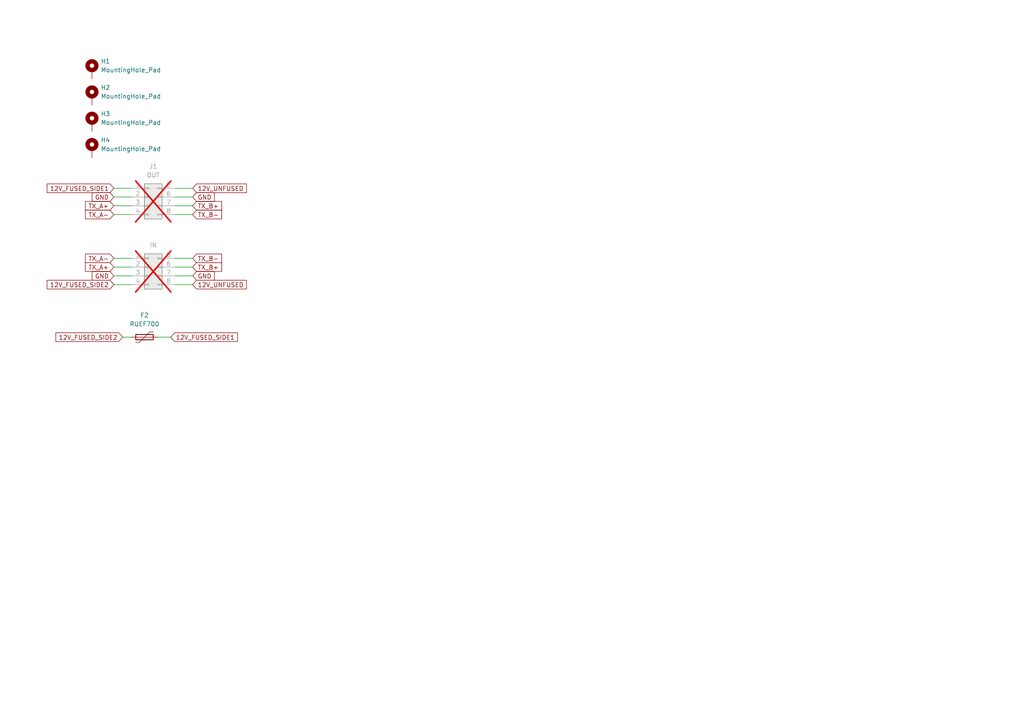
<source format=kicad_sch>
(kicad_sch (version 20250114) (generator "eeschema") (generator_version "9.0")
  (paper "A4")
  (lib_symbols
    (symbol "Connector_Generic:Conn_02x04_Top_Bottom" (pin_names (offset 1.016) (hide yes))
      (property "Reference" "J" (at 1.27 5.08 0))
      (property "Value" "Conn_02x04_Top_Bottom" (at 1.27 -7.62 0))
      (symbol "Conn_02x04_Top_Bottom_1_1"
        (rectangle (start -1.27 3.81) (end 3.81 -6.35) (stroke (width 0.254)) (fill (type background)))
        (rectangle (start -1.27 2.667) (end 0 2.413) (stroke (width 0.1524)))
        (rectangle (start -1.27 0.127) (end 0 -0.127) (stroke (width 0.1524)))
        (rectangle (start -1.27 -2.413) (end 0 -2.667) (stroke (width 0.1524)))
        (rectangle (start -1.27 -4.953) (end 0 -5.207) (stroke (width 0.1524)))
        (rectangle (start 3.81 2.667) (end 2.54 2.413) (stroke (width 0.1524)))
        (rectangle (start 3.81 0.127) (end 2.54 -0.127) (stroke (width 0.1524)))
        (rectangle (start 3.81 -2.413) (end 2.54 -2.667) (stroke (width 0.1524)))
        (rectangle (start 3.81 -4.953) (end 2.54 -5.207) (stroke (width 0.1524)))
        (pin passive line (at -5.08 2.54 0) (length 3.81) (name "Pin_1") (number "1"))
        (pin passive line (at -5.08 0 0) (length 3.81) (name "Pin_2") (number "2"))
        (pin passive line (at -5.08 -2.54 0) (length 3.81) (name "Pin_3") (number "3"))
        (pin passive line (at -5.08 -5.08 0) (length 3.81) (name "Pin_4") (number "4"))
        (pin passive line (at 7.62 2.54 180) (length 3.81) (name "Pin_5") (number "5"))
        (pin passive line (at 7.62 0 180) (length 3.81) (name "Pin_6") (number "6"))
        (pin passive line (at 7.62 -2.54 180) (length 3.81) (name "Pin_7") (number "7"))
        (pin passive line (at 7.62 -5.08 180) (length 3.81) (name "Pin_8") (number "8"))
      )
    )
    (symbol "Device:Polyfuse" (pin_numbers (hide yes)) (pin_names (offset 0))
      (property "Reference" "F" (at -2.54 0 90))
      (property "Value" "Polyfuse" (at 2.54 0 90))
      (symbol "Polyfuse_0_1"
        (polyline (pts (xy -1.524 2.54) (xy -1.524 1.524) (xy 1.524 -1.524) (xy 1.524 -2.54)))
        (rectangle (start -0.762 2.54) (end 0.762 -2.54) (stroke (width 0.254)))
        (polyline (pts (xy 0 2.54) (xy 0 -2.54)))
      )
      (symbol "Polyfuse_1_1"
        (pin passive line (at 0 3.81 270) (length 1.27) (name "~") (number "1"))
        (pin passive line (at 0 -3.81 90) (length 1.27) (name "~") (number "2"))
      )
    )
    (symbol "Mechanical:MountingHole_Pad" (pin_numbers (hide yes)) (pin_names (offset 1.016) (hide yes)) (in_bom no)
      (property "Reference" "H" (at 0 6.35 0))
      (property "Value" "MountingHole_Pad" (at 0 4.445 0))
      (symbol "MountingHole_Pad_0_1"
        (circle (center 0 1.27) (radius 1.27) (stroke (width 1.27)))
      )
      (symbol "MountingHole_Pad_1_1"
        (pin input line (at 0 -2.54 90) (length 2.54) (name "1") (number "1"))
      )
    )
  )
  (wire (pts (xy 33.02 77.47) (xy 38.1 77.47)))
  (wire (pts (xy 50.8 54.61) (xy 55.88 54.61)))
  (wire (pts (xy 50.8 74.93) (xy 55.88 74.93)))
  (wire (pts (xy 35.56 97.79) (xy 38.1 97.79)))
  (wire (pts (xy 55.88 57.15) (xy 50.8 57.15)))
  (wire (pts (xy 33.02 62.23) (xy 38.1 62.23)))
  (wire (pts (xy 50.8 62.23) (xy 55.88 62.23)))
  (wire (pts (xy 50.8 82.55) (xy 55.88 82.55)))
  (wire (pts (xy 50.8 77.47) (xy 55.88 77.47)))
  (wire (pts (xy 33.02 80.01) (xy 38.1 80.01)))
  (wire (pts (xy 33.02 57.15) (xy 38.1 57.15)))
  (wire (pts (xy 33.02 54.61) (xy 38.1 54.61)))
  (wire (pts (xy 33.02 82.55) (xy 38.1 82.55)))
  (wire (pts (xy 45.72 97.79) (xy 49.53 97.79)))
  (wire (pts (xy 50.8 59.69) (xy 55.88 59.69)))
  (wire (pts (xy 33.02 59.69) (xy 38.1 59.69)))
  (wire (pts (xy 33.02 74.93) (xy 38.1 74.93)))
  (wire (pts (xy 55.88 80.01) (xy 50.8 80.01)))
  (global_label "TX_A+" (shape input) (at 33.02 77.47 180) (property "Intersheetrefs" "${INTERSHEET_REFS}" (effects (hide yes))))
  (global_label "TX_B-" (shape input) (at 55.88 74.93 0) (property "Intersheetrefs" "${INTERSHEET_REFS}" (effects (hide yes))))
  (global_label "GND" (shape input) (at 33.02 80.01 180) (property "Intersheetrefs" "${INTERSHEET_REFS}" (effects (hide yes))))
  (global_label "TX_B+" (shape input) (at 55.88 77.47 0) (property "Intersheetrefs" "${INTERSHEET_REFS}" (effects (hide yes))))
  (global_label "GND" (shape input) (at 55.88 57.15 0) (property "Intersheetrefs" "${INTERSHEET_REFS}" (effects (hide yes))))
  (global_label "TX_B-" (shape input) (at 55.88 62.23 0) (property "Intersheetrefs" "${INTERSHEET_REFS}" (effects (hide yes))))
  (global_label "GND" (shape input) (at 33.02 57.15 180) (property "Intersheetrefs" "${INTERSHEET_REFS}" (effects (hide yes))))
  (global_label "12V_FUSED_SIDE1" (shape input) (at 33.02 54.61 180) (property "Intersheetrefs" "${INTERSHEET_REFS}" (effects (hide yes))))
  (global_label "TX_A-" (shape input) (at 33.02 74.93 180) (property "Intersheetrefs" "${INTERSHEET_REFS}" (effects (hide yes))))
  (global_label "12V_FUSED_SIDE1" (shape input) (at 49.53 97.79 0) (property "Intersheetrefs" "${INTERSHEET_REFS}" (effects (hide yes))))
  (global_label "GND" (shape input) (at 55.88 80.01 0) (property "Intersheetrefs" "${INTERSHEET_REFS}" (effects (hide yes))))
  (global_label "12V_FUSED_SIDE2" (shape input) (at 33.02 82.55 180) (property "Intersheetrefs" "${INTERSHEET_REFS}" (effects (hide yes))))
  (global_label "12V_UNFUSED" (shape input) (at 55.88 82.55 0) (property "Intersheetrefs" "${INTERSHEET_REFS}" (effects (hide yes))))
  (global_label "TX_B+" (shape input) (at 55.88 59.69 0) (property "Intersheetrefs" "${INTERSHEET_REFS}" (effects (hide yes))))
  (global_label "12V_UNFUSED" (shape input) (at 55.88 54.61 0) (property "Intersheetrefs" "${INTERSHEET_REFS}" (effects (hide yes))))
  (global_label "TX_A-" (shape input) (at 33.02 62.23 180) (property "Intersheetrefs" "${INTERSHEET_REFS}" (effects (hide yes))))
  (global_label "12V_FUSED_SIDE2" (shape input) (at 35.56 97.79 180) (property "Intersheetrefs" "${INTERSHEET_REFS}" (effects (hide yes))))
  (global_label "TX_A+" (shape input) (at 33.02 59.69 180) (property "Intersheetrefs" "${INTERSHEET_REFS}" (effects (hide yes))))
  (symbol (lib_id "Connector_Generic:Conn_02x04_Top_Bottom") (at 43.18 57.15 0) (unit 1) (dnp yes)
    (property "Reference" "J1" (at 44.45 48.26 0))
    (property "Value" "OUT" (at 44.45 50.8 0))
    (property "Footprint" "Connector_Molex:Molex_Micro-Fit_3.0_43045-0800_2x04_P3.00mm_Horizontal" (effects (hide yes)))
    (property "Description" "Generic connector, double row, 02x04, top/bottom pin numbering scheme (row 1: 1...pins_per_row, row2: pins_per_row+1 ... num_pins), script generated (kicad-library-utils/schlib/autogen/connector/)" (effects (hide yes)))
  )
  (symbol (lib_id "Mechanical:MountingHole_Pad") (at 26.67 35.56 0) (unit 1) (in_bom no)
    (property "Reference" "H3" (at 29.21 33.0199 0) (effects (justify left)))
    (property "Value" "MountingHole_Pad" (at 29.21 35.5599 0) (effects (justify left)))
    (property "Description" "Mounting Hole with connection" (effects (hide yes)))
  )
  (symbol (lib_id "Connector_Generic:Conn_02x04_Top_Bottom") (at 43.18 77.47 0) (unit 1) (dnp yes)
    (property "Reference" "J2" (effects (hide yes)))
    (property "Value" "IN" (at 44.45 71.12 0))
    (property "Footprint" "Connector_Molex:Molex_Micro-Fit_3.0_43045-0800_2x04_P3.00mm_Horizontal" (effects (hide yes)))
    (property "Description" "Generic connector, double row, 02x04, top/bottom pin numbering scheme (row 1: 1...pins_per_row, row2: pins_per_row+1 ... num_pins), script generated (kicad-library-utils/schlib/autogen/connector/)" (effects (hide yes)))
  )
  (symbol (lib_id "Mechanical:MountingHole_Pad") (at 26.67 20.32 0) (unit 1) (in_bom no)
    (property "Reference" "H1" (at 29.21 17.7799 0) (effects (justify left)))
    (property "Value" "MountingHole_Pad" (at 29.21 20.3199 0) (effects (justify left)))
    (property "Description" "Mounting Hole with connection" (effects (hide yes)))
  )
  (symbol (lib_id "Device:Polyfuse") (at 41.91 97.79 90) (unit 1)
    (property "Reference" "F2" (at 41.91 91.44 90))
    (property "Value" "RUEF700" (at 41.91 93.98 90))
    (property "Footprint" "footprints:Fuse_Littlefuse_RUEF" (effects (hide yes)))
    (property "Description" "Resettable fuse, polymeric positive temperature coefficient" (effects (hide yes)))
  )
  (symbol (lib_id "Mechanical:MountingHole_Pad") (at 26.67 43.18 0) (unit 1) (in_bom no)
    (property "Reference" "H4" (at 29.21 40.6399 0) (effects (justify left)))
    (property "Value" "MountingHole_Pad" (at 29.21 43.1799 0) (effects (justify left)))
    (property "Description" "Mounting Hole with connection" (effects (hide yes)))
  )
  (symbol (lib_id "Mechanical:MountingHole_Pad") (at 26.67 27.94 0) (unit 1) (in_bom no)
    (property "Reference" "H2" (at 29.21 25.3999 0) (effects (justify left)))
    (property "Value" "MountingHole_Pad" (at 29.21 27.9399 0) (effects (justify left)))
    (property "Description" "Mounting Hole with connection" (effects (hide yes)))
  )
)
</source>
